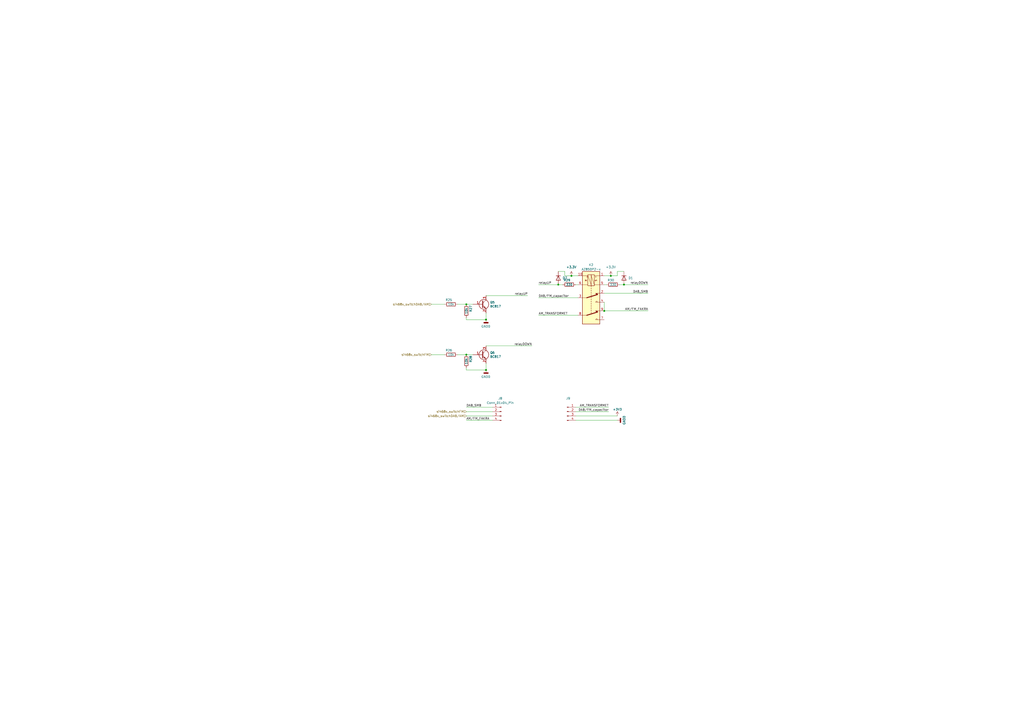
<source format=kicad_sch>
(kicad_sch (version 20230121) (generator eeschema)
  (paper "A2")
  (lib_symbols
    (symbol "Connector:Conn_01x04_Pin" (pin_names (offset 1.016) hide)
      (property "Reference" "J" (at 0 5.08 0))
      (property "Value" "Conn_01x04_Pin" (at 0 -7.62 0))
      (symbol "Conn_01x04_Pin_1_1"
        (polyline (pts (xy 1.27 -5.08) (xy 0.8636 -5.08)) (stroke (width 0.1524)))
        (polyline (pts (xy 1.27 -2.54) (xy 0.8636 -2.54)) (stroke (width 0.1524)))
        (polyline (pts (xy 1.27 0) (xy 0.8636 0)) (stroke (width 0.1524)))
        (polyline (pts (xy 1.27 2.54) (xy 0.8636 2.54)) (stroke (width 0.1524)))
        (rectangle (start 0.8636 -4.953) (end 0 -5.207) (stroke (width 0.1524)) (fill (type outline)))
        (rectangle (start 0.8636 -2.413) (end 0 -2.667) (stroke (width 0.1524)) (fill (type outline)))
        (rectangle (start 0.8636 0.127) (end 0 -0.127) (stroke (width 0.1524)) (fill (type outline)))
        (rectangle (start 0.8636 2.667) (end 0 2.413) (stroke (width 0.1524)) (fill (type outline)))
        (pin passive line (at 5.08 2.54 180) (length 3.81) (name "Pin_1") (number "1"))
        (pin passive line (at 5.08 0 180) (length 3.81) (name "Pin_2") (number "2"))
        (pin passive line (at 5.08 -2.54 180) (length 3.81) (name "Pin_3") (number "3"))
        (pin passive line (at 5.08 -5.08 180) (length 3.81) (name "Pin_4") (number "4"))
      )
    )
    (symbol "Device:R" (pin_numbers hide) (pin_names (offset 0))
      (property "Reference" "R" (at 2.032 0 90))
      (property "Value" "R" (at 0 0 90))
      (symbol "R_0_1"
        (rectangle (start -1.016 -2.54) (end 1.016 2.54) (stroke (width 0.254)))
      )
      (symbol "R_1_1"
        (pin passive line (at 0 3.81 270) (length 1.27) (name "~") (number "1"))
        (pin passive line (at 0 -3.81 90) (length 1.27) (name "~") (number "2"))
      )
    )
    (symbol "Diode:1N4004" (pin_numbers hide) (pin_names hide)
      (property "Reference" "D" (at 0 2.54 0))
      (property "Value" "1N4004" (at 0 -2.54 0))
      (symbol "1N4004_0_1"
        (polyline (pts (xy -1.27 1.27) (xy -1.27 -1.27)) (stroke (width 0.254)))
        (polyline (pts (xy 1.27 0) (xy -1.27 0)))
        (polyline (pts (xy 1.27 1.27) (xy 1.27 -1.27) (xy -1.27 0) (xy 1.27 1.27)) (stroke (width 0.254)))
      )
      (symbol "1N4004_1_1"
        (pin passive line (at -3.81 0 0) (length 2.54) (name "K") (number "1"))
        (pin passive line (at 3.81 0 180) (length 2.54) (name "A") (number "2"))
      )
    )
    (symbol "Relay:AZ850P2-x"
      (property "Reference" "K" (at 16.51 3.81 0))
      (property "Value" "AZ850P2-x" (at 16.51 1.27 0))
      (symbol "AZ850P2-x_0_0"
        (polyline (pts (xy -2.54 5.08) (xy -2.54 2.54) (xy -1.905 3.175) (xy -2.54 3.81)) (fill (type outline)))
        (polyline (pts (xy 2.54 5.08) (xy 2.54 2.54) (xy 1.905 3.175) (xy 2.54 3.81)))
        (polyline (pts (xy 7.62 5.08) (xy 7.62 2.54) (xy 8.255 3.175) (xy 7.62 3.81)) (fill (type outline)))
        (polyline (pts (xy 12.7 5.08) (xy 12.7 2.54) (xy 12.065 3.175) (xy 12.7 3.81)))
        (text "+" (at -12.065 -2.413 0) (effects (font (size 0.762 0.762))))
        (text "+" (at -12.065 2.667 0) (effects (font (size 0.762 0.762))))
        (text "R" (at -10.033 -2.921 0) (effects (font (size 1.016 1.016))))
        (text "S" (at -10.033 2.794 0) (effects (font (size 1.016 1.016))))
      )
      (symbol "AZ850P2-x_0_1"
        (rectangle (start -15.24 5.08) (end 15.24 -5.08) (stroke (width 0.254)) (fill (type background)))
        (rectangle (start -13.335 1.905) (end -6.985 -1.905) (stroke (width 0.2032)))
        (polyline (pts (xy -13.335 0) (xy -6.35 0)) (stroke (width 0.2032)))
        (polyline (pts (xy -13.081 -1.905) (xy -7.493 0)))
        (polyline (pts (xy -13.081 0) (xy -7.366 1.905)))
        (polyline (pts (xy -12.7 -5.08) (xy -12.7 -1.905)))
        (polyline (pts (xy -12.7 5.08) (xy -12.7 1.905)))
        (polyline (pts (xy -7.62 -5.08) (xy -7.62 -1.905)))
        (polyline (pts (xy -7.62 5.08) (xy -7.62 1.905)))
        (polyline (pts (xy -5.715 0) (xy -5.08 0)) (stroke (width 0.2032)))
        (polyline (pts (xy -4.445 0) (xy -3.81 0)) (stroke (width 0.2032)))
        (polyline (pts (xy -3.175 0) (xy -2.54 0)) (stroke (width 0.2032)))
        (polyline (pts (xy -1.905 0) (xy -1.27 0)) (stroke (width 0.2032)))
        (polyline (pts (xy -0.635 0) (xy 0 0)) (stroke (width 0.2032)))
        (polyline (pts (xy 0 -2.54) (xy -1.905 3.81)) (stroke (width 0.508)))
        (polyline (pts (xy 0 -2.54) (xy 0 -5.08)))
        (polyline (pts (xy 0.635 0) (xy 1.27 0)) (stroke (width 0.2032)))
        (polyline (pts (xy 1.905 0) (xy 2.54 0)) (stroke (width 0.2032)))
        (polyline (pts (xy 3.175 0) (xy 3.81 0)) (stroke (width 0.2032)))
        (polyline (pts (xy 4.445 0) (xy 5.08 0)) (stroke (width 0.2032)))
        (polyline (pts (xy 5.715 0) (xy 6.35 0)) (stroke (width 0.2032)))
        (polyline (pts (xy 6.985 0) (xy 7.62 0)) (stroke (width 0.2032)))
        (polyline (pts (xy 8.255 0) (xy 8.89 0)) (stroke (width 0.2032)))
        (polyline (pts (xy 10.16 -2.54) (xy 8.255 3.81)) (stroke (width 0.508)))
        (polyline (pts (xy 10.16 -2.54) (xy 10.16 -5.08)))
      )
      (symbol "AZ850P2-x_1_1"
        (pin passive line (at -12.7 7.62 270) (length 2.54) (name "~") (number "1"))
        (pin passive line (at -12.7 -7.62 90) (length 2.54) (name "~") (number "10"))
        (pin passive line (at -2.54 7.62 270) (length 2.54) (name "~") (number "2"))
        (pin passive line (at 0 -7.62 90) (length 2.54) (name "~") (number "3"))
        (pin passive line (at 2.54 7.62 270) (length 2.54) (name "~") (number "4"))
        (pin passive line (at -7.62 7.62 270) (length 2.54) (name "~") (number "5"))
        (pin passive line (at -7.62 -7.62 90) (length 2.54) (name "~") (number "6"))
        (pin passive line (at 12.7 7.62 270) (length 2.54) (name "~") (number "7"))
        (pin passive line (at 10.16 -7.62 90) (length 2.54) (name "~") (number "8"))
        (pin passive line (at 7.62 7.62 270) (length 2.54) (name "~") (number "9"))
      )
    )
    (symbol "Transistor_BJT:BC817" (pin_names (offset 0) hide)
      (property "Reference" "Q" (at 5.08 1.905 0))
      (property "Value" "BC817" (at 5.08 0 0))
      (symbol "BC817_0_1"
        (polyline (pts (xy 0.635 0.635) (xy 2.54 2.54)))
        (polyline (pts (xy 0.635 -0.635) (xy 2.54 -2.54) (xy 2.54 -2.54)))
        (polyline (pts (xy 0.635 1.905) (xy 0.635 -1.905) (xy 0.635 -1.905)) (stroke (width 0.508)))
        (polyline (pts (xy 1.27 -1.778) (xy 1.778 -1.27) (xy 2.286 -2.286) (xy 1.27 -1.778) (xy 1.27 -1.778)) (fill (type outline)))
        (circle (center 1.27 0) (radius 2.8194) (stroke (width 0.254)))
      )
      (symbol "BC817_1_1"
        (pin input line (at -5.08 0 0) (length 5.715) (name "B") (number "1"))
        (pin passive line (at 2.54 -5.08 90) (length 2.54) (name "E") (number "2"))
        (pin passive line (at 2.54 5.08 270) (length 2.54) (name "C") (number "3"))
      )
    )
    (symbol "power:+3.3V" (power) (pin_names (offset 0))
      (property "Value" "+3.3V" (at 0 3.556 0))
      (symbol "+3.3V_0_1"
        (polyline (pts (xy -0.762 1.27) (xy 0 2.54)))
        (polyline (pts (xy 0 0) (xy 0 2.54)))
        (polyline (pts (xy 0 2.54) (xy 0.762 1.27)))
      )
      (symbol "+3.3V_1_1"
        (pin power_in line (at 0 0 90) (length 0) hide (name "+3.3V") (number "1"))
      )
    )
    (symbol "power:+3V3" (power) (pin_names (offset 0))
      (property "Value" "+3V3" (at 0 3.556 0))
      (symbol "+3V3_0_1"
        (polyline (pts (xy -0.762 1.27) (xy 0 2.54)))
        (polyline (pts (xy 0 0) (xy 0 2.54)))
        (polyline (pts (xy 0 2.54) (xy 0.762 1.27)))
      )
      (symbol "+3V3_1_1"
        (pin power_in line (at 0 0 90) (length 0) hide (name "+3V3") (number "1"))
      )
    )
    (symbol "power:GNDD" (power) (pin_names (offset 0))
      (property "Value" "GNDD" (at 0 -3.175 0))
      (symbol "GNDD_0_1"
        (rectangle (start -1.27 -1.524) (end 1.27 -2.032) (stroke (width 0.254)) (fill (type outline)))
        (polyline (pts (xy 0 0) (xy 0 -1.524)))
      )
      (symbol "GNDD_1_1"
        (pin power_in line (at 0 0 270) (length 0) hide (name "GNDD") (number "1"))
      )
    )
  )
  (junction (at 361.95 165.1))
  (junction (at 354.33 160.02))
  (junction (at 281.94 185.42))
  (junction (at 323.85 165.1))
  (junction (at 270.51 205.74))
  (junction (at 331.47 160.02))
  (junction (at 281.94 214.63))
  (junction (at 270.51 176.53))
  (junction (at 350.52 180.34))
  (wire (pts (xy 375.92 180.34) (xy 350.52 180.34)))
  (wire (pts (xy 270.51 241.3) (xy 285.75 241.3)))
  (wire (pts (xy 270.51 185.42) (xy 281.94 185.42)))
  (wire (pts (xy 265.43 205.74) (xy 270.51 205.74)))
  (wire (pts (xy 270.51 184.15) (xy 270.51 185.42)))
  (wire (pts (xy 358.14 157.48) (xy 358.14 160.02)))
  (wire (pts (xy 334.01 238.76) (xy 353.06 238.76)))
  (wire (pts (xy 361.95 165.1) (xy 375.92 165.1)))
  (wire (pts (xy 327.66 160.02) (xy 331.47 160.02)))
  (wire (pts (xy 350.52 170.18) (xy 375.92 170.18)))
  (wire (pts (xy 270.51 238.76) (xy 285.75 238.76)))
  (wire (pts (xy 312.42 182.88) (xy 335.28 182.88)))
  (wire (pts (xy 281.94 210.82) (xy 281.94 214.63)))
  (wire (pts (xy 350.52 165.1) (xy 351.79 165.1)))
  (wire (pts (xy 323.85 157.48) (xy 327.66 157.48)))
  (wire (pts (xy 358.14 157.48) (xy 361.95 157.48)))
  (wire (pts (xy 265.43 176.53) (xy 270.51 176.53)))
  (wire (pts (xy 323.85 165.1) (xy 326.39 165.1)))
  (wire (pts (xy 270.51 205.74) (xy 274.32 205.74)))
  (wire (pts (xy 270.51 214.63) (xy 281.94 214.63)))
  (wire (pts (xy 334.01 165.1) (xy 335.28 165.1)))
  (wire (pts (xy 334.01 243.84) (xy 358.14 243.84)))
  (wire (pts (xy 312.42 165.1) (xy 323.85 165.1)))
  (wire (pts (xy 281.94 181.61) (xy 281.94 185.42)))
  (wire (pts (xy 270.51 176.53) (xy 274.32 176.53)))
  (wire (pts (xy 327.66 157.48) (xy 327.66 160.02)))
  (wire (pts (xy 331.47 160.02) (xy 335.28 160.02)))
  (wire (pts (xy 270.51 213.36) (xy 270.51 214.63)))
  (wire (pts (xy 270.51 236.22) (xy 285.75 236.22)))
  (wire (pts (xy 281.94 171.45) (xy 306.07 171.45)))
  (wire (pts (xy 334.01 236.22) (xy 353.06 236.22)))
  (wire (pts (xy 270.51 243.84) (xy 285.75 243.84)))
  (wire (pts (xy 354.33 160.02) (xy 358.14 160.02)))
  (wire (pts (xy 312.42 172.72) (xy 335.28 172.72)))
  (wire (pts (xy 359.41 165.1) (xy 361.95 165.1)))
  (wire (pts (xy 250.19 176.53) (xy 257.81 176.53)))
  (wire (pts (xy 250.19 205.74) (xy 257.81 205.74)))
  (wire (pts (xy 334.01 241.3) (xy 358.14 241.3)))
  (wire (pts (xy 350.52 160.02) (xy 354.33 160.02)))
  (wire (pts (xy 281.94 200.66) (xy 308.61 200.66)))
  (wire (pts (xy 350.52 175.26) (xy 350.52 180.34)))
  (label "DAB{slash}FM_capacitor" (at 312.42 172.72 0))
  (label "AM_TRANSFORMET" (at 312.42 182.88 0))
  (label "DAB_SMB" (at 270.51 236.22 0))
  (label "AM{slash}FM_FAKRA" (at 375.92 180.34 180))
  (label "relayDOWN" (at 375.92 165.1 180))
  (label "relayDOWN" (at 308.61 200.66 180))
  (label "DAB_SMB" (at 375.92 170.18 180))
  (label "relayUP" (at 306.07 171.45 180))
  (label "DAB{slash}FM_capacitor" (at 353.06 238.76 180))
  (label "AM{slash}FM_FAKRA" (at 270.51 243.84 0))
  (label "relayUP" (at 312.42 165.1 0))
  (label "AM_TRANSFORMET" (at 353.06 236.22 180))
  (hierarchical_label "si468x_switchDAB{slash}AM" (shape input) (at 270.51 241.3 180))
  (hierarchical_label "si468x_switchFM" (shape input) (at 270.51 238.76 180))
  (hierarchical_label "si468x_switchDAB{slash}AM" (shape input) (at 250.19 176.53 180))
  (hierarchical_label "si468x_switchFM" (shape input) (at 250.19 205.74 180))
  (symbol (lib_id "power:+3.3V") (at 331.47 160.02 0) (unit 1)
    (property "Reference" "#PWR056" (effects hide))
    (property "Value" "+3.3V" (at 331.47 154.94 0))
  )
  (symbol (lib_id "Connector:Conn_01x04_Pin") (at 290.83 238.76 0) (mirror y) (unit 1)
    (property "Reference" "J8" (at 290.195 231.14 0))
    (property "Value" "Conn_01x04_Pin" (at 290.195 233.68 0))
    (property "Footprint" "Connector_PinSocket_2.54mm:PinSocket_1x04_P2.54mm_Vertical" (effects hide))
  )
  (symbol (lib_id "power:GNDD") (at 281.94 185.42 0) (mirror y) (unit 1)
    (property "Reference" "#PWR054" (effects hide))
    (property "Value" "GNDD" (at 281.8384 189.357 0))
  )
  (symbol (lib_id "Device:R") (at 261.62 205.74 270) (unit 1)
    (property "Reference" "R26" (at 260.35 203.2 90))
    (property "Value" "10k" (at 261.62 205.74 90))
    (property "Footprint" "Resistor_SMD:R_0603_1608Metric" (effects hide))
    (property "TME no." "0" (effects hide))
  )
  (symbol (lib_id "Transistor_BJT:BC817") (at 279.4 176.53 0) (unit 1)
    (property "Reference" "Q5" (at 284.2514 175.3616 0) (effects (justify left)))
    (property "Value" "BC817" (at 284.2514 177.673 0) (effects (justify left)))
    (property "Footprint" "Package_TO_SOT_SMD:SOT-23" (effects hide))
    (property "Datasheet" "https://www.onsemi.com/pub/Collateral/BC818-D.pdf" (effects hide))
    (property "Module" "power supply" (effects hide))
    (property "JLCPBC" "C8589" (effects hide))
    (property "TME no." "BC817-16-DIO" (effects hide))
  )
  (symbol (lib_id "Device:R") (at 270.51 180.34 180) (unit 1)
    (property "Reference" "R27" (at 273.05 179.07 90))
    (property "Value" "10k" (at 270.51 180.34 90))
    (property "Footprint" "Resistor_SMD:R_0603_1608Metric" (effects hide))
    (property "TME no." "0" (effects hide))
  )
  (symbol (lib_id "Device:R") (at 330.2 165.1 270) (unit 1)
    (property "Reference" "R29" (at 328.93 162.56 90))
    (property "Value" "330" (at 330.2 165.1 90))
    (property "Footprint" "Resistor_SMD:R_0603_1608Metric" (effects hide))
    (property "TME no." "0" (effects hide))
  )
  (symbol (lib_id "Device:R") (at 355.6 165.1 270) (unit 1)
    (property "Reference" "R30" (at 354.33 162.56 90))
    (property "Value" "330" (at 355.6 165.1 90))
    (property "Footprint" "Resistor_SMD:R_0603_1608Metric" (effects hide))
    (property "TME no." "0" (effects hide))
  )
  (symbol (lib_id "Diode:1N4004") (at 361.95 161.29 270) (unit 1)
    (property "Reference" "D1" (at 364.49 161.29 90) (effects (justify left)))
    (property "Value" "BYG10D" (effects hide))
    (property "Footprint" "Diode_SMD:D_SMA" (effects hide))
    (property "Datasheet" "https://www.tme.eu/Document/801bd0dd601207ce6648987c12c4a9ff/byg10d.pdf" (effects hide))
    (property "Sim.Device" "D" (effects hide))
    (property "Sim.Pins" "1=K 2=A" (effects hide))
  )
  (symbol (lib_id "Relay:AZ850P2-x") (at 342.9 172.72 270) (unit 1)
    (property "Reference" "K2" (at 342.9 153.67 90))
    (property "Value" "AZ850P2-x" (at 342.9 156.21 90))
    (property "Footprint" "Relay_THT:Relay_DPDT_FRT5" (effects hide))
    (property "Datasheet" "http://www.azettler.com/pdfs/az850.pdf" (effects hide))
  )
  (symbol (lib_id "power:GNDD") (at 281.94 214.63 0) (mirror y) (unit 1)
    (property "Reference" "#PWR055" (effects hide))
    (property "Value" "GNDD" (at 281.8384 218.567 0))
  )
  (symbol (lib_id "power:+3V3") (at 358.14 241.3 0) (unit 1)
    (property "Reference" "#PWR052" (effects hide))
    (property "Value" "+3V3" (at 358.14 237.49 0))
  )
  (symbol (lib_id "power:+3.3V") (at 354.33 160.02 0) (unit 1)
    (property "Reference" "#PWR057" (effects hide))
    (property "Value" "+3.3V" (at 354.33 154.94 0))
  )
  (symbol (lib_id "Diode:1N4004") (at 323.85 161.29 270) (unit 1)
    (property "Reference" "D7" (at 326.39 161.29 90) (effects (justify left)))
    (property "Value" "BYG10D" (effects hide))
    (property "Footprint" "Diode_SMD:D_SMA" (effects hide))
    (property "Datasheet" "https://www.tme.eu/Document/801bd0dd601207ce6648987c12c4a9ff/byg10d.pdf" (effects hide))
    (property "Sim.Device" "D" (effects hide))
    (property "Sim.Pins" "1=K 2=A" (effects hide))
  )
  (symbol (lib_id "Connector:Conn_01x04_Pin") (at 328.93 238.76 0) (unit 1)
    (property "Reference" "J9" (at 329.565 231.14 0))
    (property "Value" "Conn_01x04_Pin" (effects hide))
    (property "Footprint" "Connector_PinSocket_2.54mm:PinSocket_1x04_P2.54mm_Vertical" (effects hide))
  )
  (symbol (lib_id "Transistor_BJT:BC817") (at 279.4 205.74 0) (unit 1)
    (property "Reference" "Q6" (at 284.2514 204.5716 0) (effects (justify left)))
    (property "Value" "BC817" (at 284.2514 206.883 0) (effects (justify left)))
    (property "Footprint" "Package_TO_SOT_SMD:SOT-23" (effects hide))
    (property "Datasheet" "https://www.onsemi.com/pub/Collateral/BC818-D.pdf" (effects hide))
    (property "Module" "power supply" (effects hide))
    (property "JLCPBC" "C8589" (effects hide))
    (property "TME no." "BC817-16-DIO" (effects hide))
  )
  (symbol (lib_id "Device:R") (at 261.62 176.53 270) (unit 1)
    (property "Reference" "R25" (at 260.35 173.99 90))
    (property "Value" "10k" (at 261.62 176.53 90))
    (property "Footprint" "Resistor_SMD:R_0603_1608Metric" (effects hide))
    (property "TME no." "0" (effects hide))
  )
  (symbol (lib_id "Device:R") (at 270.51 209.55 180) (unit 1)
    (property "Reference" "R28" (at 273.05 208.28 90))
    (property "Value" "10k" (at 270.51 209.55 90))
    (property "Footprint" "Resistor_SMD:R_0603_1608Metric" (effects hide))
    (property "TME no." "0" (effects hide))
  )
  (symbol (lib_id "power:GNDD") (at 358.14 243.84 90) (unit 1)
    (property "Reference" "#PWR053" (effects hide))
    (property "Value" "GNDD" (at 362.077 243.7384 0))
  )
)
</source>
